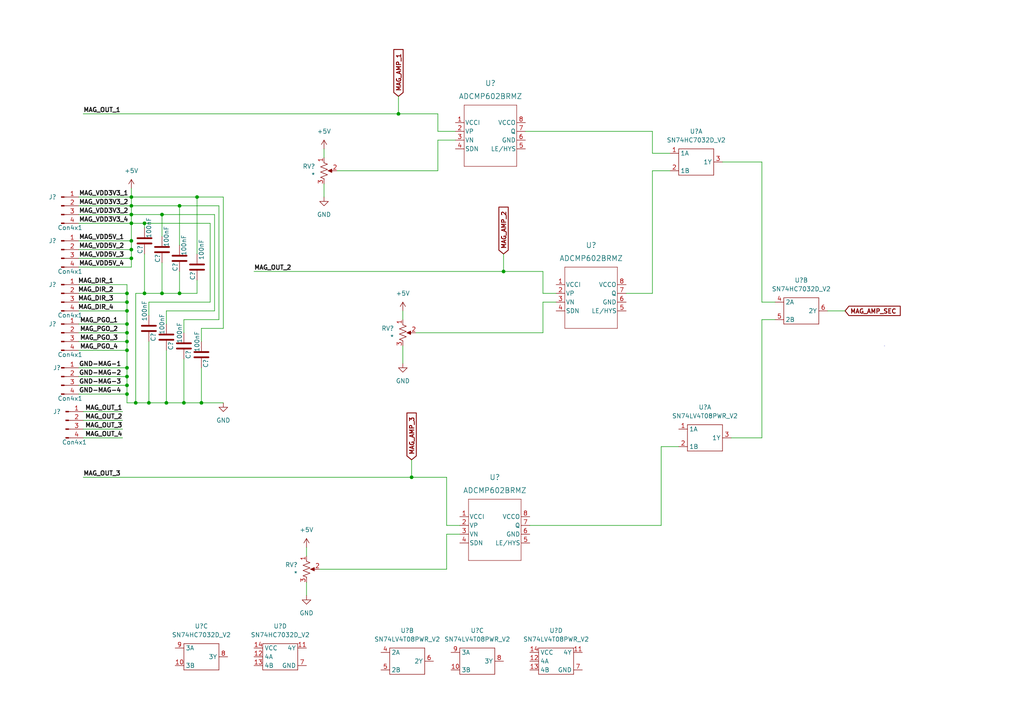
<source format=kicad_sch>
(kicad_sch (version 20211123) (generator eeschema)
  (paper "A4")
  (title_block (title "BUMBLEBEE") (date "2024-01-15") (rev "1.00") (company "ExoFlex") (comment 1 "Bumblebee"))
  (lib_symbols
    (symbol "Connector:Conn_01x04_Male" (pin_names (offset 1.016) hide)
      (property "Reference" "J" (at 0 5.08 0))
      (property "Value" "Conn_01x04_Male" (at 0 -7.62 0))
      (symbol "Conn_01x04_Male_1_1"
        (polyline (pts (xy 1.27 -5.08) (xy 0.8636 -5.08)) (stroke (width 0.1524)))
        (polyline (pts (xy 1.27 -2.54) (xy 0.8636 -2.54)) (stroke (width 0.1524)))
        (polyline (pts (xy 1.27 0) (xy 0.8636 0)) (stroke (width 0.1524)))
        (polyline (pts (xy 1.27 2.54) (xy 0.8636 2.54)) (stroke (width 0.1524)))
        (rectangle (start 0.8636 -4.953) (end 0 -5.207) (stroke (width 0.1524)) (fill (type outline)))
        (rectangle (start 0.8636 -2.413) (end 0 -2.667) (stroke (width 0.1524)) (fill (type outline)))
        (rectangle (start 0.8636 0.127) (end 0 -0.127) (stroke (width 0.1524)) (fill (type outline)))
        (rectangle (start 0.8636 2.667) (end 0 2.413) (stroke (width 0.1524)) (fill (type outline)))
        (pin passive line (at 5.08 2.54 180) (length 3.81) (name "Pin_1") (number "1"))
        (pin passive line (at 5.08 0 180) (length 3.81) (name "Pin_2") (number "2"))
        (pin passive line (at 5.08 -2.54 180) (length 3.81) (name "Pin_3") (number "3"))
        (pin passive line (at 5.08 -5.08 180) (length 3.81) (name "Pin_4") (number "4"))
      )
    )
    (symbol "Device:C" (pin_numbers hide) (pin_names (offset 0.254))
      (property "Reference" "C" (at 0.635 2.54 0))
      (property "Value" "C" (at 0.635 -2.54 0))
      (symbol "C_0_1"
        (polyline (pts (xy -2.032 -0.762) (xy 2.032 -0.762)) (stroke (width 0.508)))
        (polyline (pts (xy -2.032 0.762) (xy 2.032 0.762)) (stroke (width 0.508)))
      )
      (symbol "C_1_1"
        (pin passive line (at 0 3.81 270) (length 2.794) (name "~") (number "1"))
        (pin passive line (at 0 -3.81 90) (length 2.794) (name "~") (number "2"))
      )
    )
    (symbol "Device:R_Potentiometer_US" (pin_names (offset 1.016) hide)
      (property "Reference" "RV" (at -4.445 0 90))
      (property "Value" "R_Potentiometer_US" (at -2.54 0 90))
      (symbol "R_Potentiometer_US_0_1"
        (polyline (pts (xy 0 -2.286) (xy 0 -2.54)))
        (polyline (pts (xy 0 2.54) (xy 0 2.286)))
        (polyline (pts (xy 2.54 0) (xy 1.524 0)))
        (polyline (pts (xy 1.143 0) (xy 2.286 0.508) (xy 2.286 -0.508) (xy 1.143 0)) (fill (type outline)))
        (polyline (pts (xy 0 -0.762) (xy 1.016 -1.143) (xy 0 -1.524) (xy -1.016 -1.905) (xy 0 -2.286)))
        (polyline (pts (xy 0 0.762) (xy 1.016 0.381) (xy 0 0) (xy -1.016 -0.381) (xy 0 -0.762)))
        (polyline (pts (xy 0 2.286) (xy 1.016 1.905) (xy 0 1.524) (xy -1.016 1.143) (xy 0 0.762)))
      )
      (symbol "R_Potentiometer_US_1_1"
        (pin passive line (at 0 3.81 270) (length 1.27) (name "1") (number "1"))
        (pin passive line (at 3.81 0 180) (length 1.27) (name "2") (number "2"))
        (pin passive line (at 0 -3.81 90) (length 1.27) (name "3") (number "3"))
      )
    )
    (symbol "SymLib:ADCMP602BRMZ" (pin_names (offset 0.254))
      (property "Reference" "U" (at 8.89 6.35 0))
      (property "Value" "ADCMP602BRMZ" (at 16.51 -13.97 0))
      (symbol "ADCMP602BRMZ_1_1"
        (polyline (pts (xy 7.62 -12.7) (xy 22.86 -12.7)) (stroke (width 0.127)))
        (polyline (pts (xy 7.62 5.08) (xy 7.62 -12.7)) (stroke (width 0.127)))
        (polyline (pts (xy 22.86 -12.7) (xy 22.86 5.08)) (stroke (width 0.127)))
        (polyline (pts (xy 22.86 5.08) (xy 7.62 5.08)) (stroke (width 0.127)))
        (pin power_in line (at 5.08 0 0) (length 2.54) (name "VCCI") (number "1"))
        (pin input line (at 5.08 -2.54 0) (length 2.54) (name "VP") (number "2"))
        (pin input line (at 5.08 -5.08 0) (length 2.54) (name "VN") (number "3"))
        (pin unspecified line (at 5.08 -7.62 0) (length 2.54) (name "SDN") (number "4"))
        (pin unspecified line (at 25.4 -7.62 180) (length 2.45) (name "LE/HYS") (number "5"))
        (pin power_in line (at 25.4 -5.08 180) (length 2.54) (name "GND") (number "6"))
        (pin output line (at 25.4 -2.54 180) (length 2.54) (name "Q") (number "7"))
        (pin power_in line (at 25.4 0 180) (length 2.54) (name "VCCO") (number "8"))
      )
    )
    (symbol "SymLib:SN74HC7032D_V2"
      (property "Reference" "U" (at -3.81 5.08 0))
      (property "Value" "SN74HC7032D_V2" (at 1.27 -5.08 0))
      (symbol "SN74HC7032D_V2_0_1"
        (rectangle (start -5.08 -3.81) (end 5.08 -3.81))
        (rectangle (start -5.08 3.81) (end -5.08 -3.81))
        (rectangle (start -5.08 3.81) (end 5.08 3.81))
        (rectangle (start 5.08 3.81) (end 5.08 -3.81))
      )
      (symbol "SN74HC7032D_V2_1_1"
        (pin input line (at -7.62 2.54 0) (length 2.54) (name "1A") (number "1"))
        (pin input line (at -7.62 -2.54 0) (length 2.54) (name "1B") (number "2"))
        (pin output line (at 7.62 0 180) (length 2.54) (name "1Y") (number "3"))
      )
      (symbol "SN74HC7032D_V2_2_1"
        (pin input line (at -7.62 2.54 0) (length 2.54) (name "2A") (number "4"))
        (pin input line (at -7.62 -2.54 0) (length 2.54) (name "2B") (number "5"))
        (pin output line (at 7.62 0 180) (length 2.54) (name "2Y") (number "6"))
      )
      (symbol "SN74HC7032D_V2_3_1"
        (pin input line (at -7.62 -2.54 0) (length 2.54) (name "3B") (number "10"))
        (pin output line (at 7.62 0 180) (length 2.54) (name "3Y") (number "8"))
        (pin input line (at -7.62 2.54 0) (length 2.54) (name "3A") (number "9"))
      )
      (symbol "SN74HC7032D_V2_4_1"
        (pin output line (at 7.62 2.54 180) (length 2.54) (name "4Y") (number "11"))
        (pin input line (at -7.62 0 0) (length 2.54) (name "4A") (number "12"))
        (pin input line (at -7.62 -2.54 0) (length 2.54) (name "4B") (number "13"))
        (pin power_in line (at -7.62 2.54 0) (length 2.54) (name "VCC") (number "14"))
        (pin power_in line (at 7.62 -2.54 180) (length 2.54) (name "GND") (number "7"))
      )
    )
    (symbol "SymLib:SN74LV4T08PWR_V2"
      (property "Reference" "U" (at -2.54 5.08 0))
      (property "Value" "SN74LV4T08PWR_V2" (at 5.08 -5.08 0))
      (symbol "SN74LV4T08PWR_V2_0_1"
        (rectangle (start -5.08 -3.81) (end 5.08 -3.81))
        (rectangle (start -5.08 3.81) (end -5.08 -3.81))
        (rectangle (start -5.08 3.81) (end 5.08 3.81))
        (rectangle (start 5.08 3.81) (end 5.08 -3.81))
      )
      (symbol "SN74LV4T08PWR_V2_1_1"
        (pin input line (at -7.62 2.54 0) (length 2.54) (name "1A") (number "1"))
        (pin input line (at -7.62 -2.54 0) (length 2.54) (name "1B") (number "2"))
        (pin output line (at 7.62 0 180) (length 2.54) (name "1Y") (number "3"))
      )
      (symbol "SN74LV4T08PWR_V2_2_1"
        (pin input line (at -7.62 2.54 0) (length 2.54) (name "2A") (number "4"))
        (pin input line (at -7.62 -2.54 0) (length 2.54) (name "2B") (number "5"))
        (pin output line (at 7.62 0 180) (length 2.54) (name "2Y") (number "6"))
      )
      (symbol "SN74LV4T08PWR_V2_3_1"
        (pin input line (at -7.62 -2.54 0) (length 2.54) (name "3B") (number "10"))
        (pin output line (at 7.62 0 180) (length 2.54) (name "3Y") (number "8"))
        (pin input line (at -7.62 2.54 0) (length 2.54) (name "3A") (number "9"))
      )
      (symbol "SN74LV4T08PWR_V2_4_1"
        (pin output line (at 7.62 2.54 180) (length 2.54) (name "4Y") (number "11"))
        (pin input line (at -7.62 0 0) (length 2.54) (name "4A") (number "12"))
        (pin input line (at -7.62 -2.54 0) (length 2.54) (name "4B") (number "13"))
        (pin power_in line (at -7.62 2.54 0) (length 2.54) (name "VCC") (number "14"))
        (pin power_in line (at 7.62 -2.54 180) (length 2.54) (name "GND") (number "7"))
      )
    )
    (symbol "power:+5V" (power) (pin_names (offset 0))
      (property "Value" "+5V" (at 0 3.556 0))
      (symbol "+5V_0_1"
        (polyline (pts (xy -0.762 1.27) (xy 0 2.54)))
        (polyline (pts (xy 0 0) (xy 0 2.54)))
        (polyline (pts (xy 0 2.54) (xy 0.762 1.27)))
      )
      (symbol "+5V_1_1"
        (pin power_in line (at 0 0 90) (length 0) hide (name "+5V") (number "1"))
      )
    )
    (symbol "power:GND" (power) (pin_names (offset 0))
      (property "Value" "GND" (at 0 -3.81 0))
      (symbol "GND_0_1"
        (polyline (pts (xy 0 0) (xy 0 -1.27) (xy 1.27 -1.27) (xy 0 -2.54) (xy -1.27 -1.27) (xy 0 -1.27)))
      )
      (symbol "GND_1_1"
        (pin power_in line (at 0 0 270) (length 0) hide (name "GND") (number "1"))
      )
    )
  )
  (junction (at 36.83 109.22))
  (junction (at 52.07 85.09))
  (junction (at 146.05 78.74))
  (junction (at 36.83 93.98))
  (junction (at 36.83 85.09))
  (junction (at 53.34 116.84))
  (junction (at 38.1 62.23))
  (junction (at 41.91 85.09))
  (junction (at 36.83 111.76))
  (junction (at 36.83 87.63))
  (junction (at 43.18 116.84))
  (junction (at 38.1 72.39))
  (junction (at 115.57 33.02))
  (junction (at 38.1 57.15))
  (junction (at 36.83 96.52))
  (junction (at 36.83 114.3))
  (junction (at 38.1 59.69))
  (junction (at 46.99 85.09))
  (junction (at 36.83 99.06))
  (junction (at 46.99 62.23))
  (junction (at 41.91 64.77))
  (junction (at 36.83 90.17))
  (junction (at 38.1 69.85))
  (junction (at 38.1 64.77))
  (junction (at 119.38 138.43))
  (junction (at 36.83 106.68))
  (junction (at 57.15 57.15))
  (junction (at 52.07 59.69))
  (junction (at 58.42 116.84))
  (junction (at 38.1 74.93))
  (junction (at 36.83 101.6))
  (junction (at 39.37 116.84))
  (junction (at 48.26 116.84))
  (wire (pts (xy 43.18 116.84) (xy 48.26 116.84)))
  (wire (pts (xy 38.1 59.69) (xy 38.1 62.23)))
  (wire (pts (xy 38.1 57.15) (xy 57.15 57.15)))
  (wire (pts (xy 38.1 69.85) (xy 38.1 72.39)))
  (wire (pts (xy 52.07 59.69) (xy 63.5 59.69)))
  (wire (pts (xy 209.55 46.99) (xy 220.98 46.99)))
  (wire (pts (xy 41.91 73.66) (xy 41.91 85.09)))
  (wire (pts (xy 36.83 114.3) (xy 36.83 116.84)))
  (wire (pts (xy 24.13 138.43) (xy 119.38 138.43)))
  (wire (pts (xy 39.37 85.09) (xy 39.37 116.84)))
  (wire (pts (xy 52.07 59.69) (xy 52.07 71.12)))
  (wire (pts (xy 152.4 38.1) (xy 189.23 38.1)))
  (wire (pts (xy 22.86 101.6) (xy 36.83 101.6)))
  (wire (pts (xy 220.98 92.71) (xy 224.79 92.71)))
  (wire (pts (xy 127 33.02) (xy 127 38.1)))
  (wire (pts (xy 220.98 87.63) (xy 224.79 87.63)))
  (wire (pts (xy 38.1 72.39) (xy 38.1 74.93)))
  (wire (pts (xy 245.11 90.17) (xy 240.03 90.17)))
  (wire (pts (xy 212.09 127) (xy 220.98 127)))
  (wire (pts (xy 57.15 85.09) (xy 52.07 85.09)))
  (wire (pts (xy 115.57 27.94) (xy 115.57 33.02)))
  (wire (pts (xy 46.99 62.23) (xy 62.23 62.23)))
  (wire (pts (xy 62.23 62.23) (xy 62.23 90.17)))
  (wire (pts (xy 220.98 46.99) (xy 220.98 87.63)))
  (wire (pts (xy 24.13 124.46) (xy 35.56 124.46)))
  (wire (pts (xy 93.98 53.34) (xy 93.98 57.15)))
  (wire (pts (xy 58.42 116.84) (xy 64.77 116.84)))
  (wire (pts (xy 97.79 49.53) (xy 127 49.53)))
  (wire (pts (xy 64.77 95.25) (xy 64.77 57.15)))
  (wire (pts (xy 58.42 106.68) (xy 58.42 116.84)))
  (wire (pts (xy 22.86 82.55) (xy 36.83 82.55)))
  (wire (pts (xy 38.1 62.23) (xy 46.99 62.23)))
  (wire (pts (xy 52.07 78.74) (xy 52.07 85.09)))
  (wire (pts (xy 58.42 95.25) (xy 64.77 95.25)))
  (wire (pts (xy 88.9 168.91) (xy 88.9 172.72)))
  (wire (pts (xy 129.54 138.43) (xy 129.54 152.4)))
  (wire (pts (xy 52.07 85.09) (xy 46.99 85.09)))
  (wire (pts (xy 127 49.53) (xy 127 40.64)))
  (wire (pts (xy 57.15 57.15) (xy 57.15 73.66)))
  (wire (pts (xy 153.67 152.4) (xy 191.77 152.4)))
  (wire (pts (xy 60.96 64.77) (xy 60.96 87.63)))
  (wire (pts (xy 157.48 85.09) (xy 157.48 78.74)))
  (wire (pts (xy 22.86 85.09) (xy 36.83 85.09)))
  (polyline (pts (xy 256.54 100.33) (xy 256.54 100.33)))
  (wire (pts (xy 43.18 99.06) (xy 43.18 116.84)))
  (wire (pts (xy 189.23 44.45) (xy 194.31 44.45)))
  (wire (pts (xy 119.38 138.43) (xy 129.54 138.43)))
  (wire (pts (xy 116.84 90.17) (xy 116.84 92.71)))
  (wire (pts (xy 116.84 100.33) (xy 116.84 105.41)))
  (wire (pts (xy 41.91 64.77) (xy 60.96 64.77)))
  (wire (pts (xy 181.61 85.09) (xy 189.23 85.09)))
  (wire (pts (xy 161.29 85.09) (xy 157.48 85.09)))
  (wire (pts (xy 63.5 59.69) (xy 63.5 92.71)))
  (wire (pts (xy 53.34 92.71) (xy 53.34 96.52)))
  (wire (pts (xy 157.48 87.63) (xy 157.48 96.52)))
  (wire (pts (xy 24.13 127) (xy 35.56 127)))
  (wire (pts (xy 120.65 96.52) (xy 157.48 96.52)))
  (wire (pts (xy 48.26 90.17) (xy 48.26 93.98)))
  (wire (pts (xy 48.26 116.84) (xy 53.34 116.84)))
  (wire (pts (xy 127 40.64) (xy 132.08 40.64)))
  (wire (pts (xy 60.96 87.63) (xy 43.18 87.63)))
  (wire (pts (xy 36.83 82.55) (xy 36.83 85.09)))
  (wire (pts (xy 39.37 116.84) (xy 43.18 116.84)))
  (wire (pts (xy 22.86 87.63) (xy 36.83 87.63)))
  (wire (pts (xy 41.91 64.77) (xy 41.91 66.04)))
  (wire (pts (xy 36.83 93.98) (xy 36.83 96.52)))
  (wire (pts (xy 36.83 85.09) (xy 36.83 87.63)))
  (wire (pts (xy 36.83 90.17) (xy 36.83 93.98)))
  (wire (pts (xy 53.34 116.84) (xy 58.42 116.84)))
  (wire (pts (xy 161.29 87.63) (xy 157.48 87.63)))
  (wire (pts (xy 22.86 59.69) (xy 38.1 59.69)))
  (wire (pts (xy 38.1 64.77) (xy 38.1 69.85)))
  (wire (pts (xy 22.86 69.85) (xy 38.1 69.85)))
  (wire (pts (xy 129.54 152.4) (xy 133.35 152.4)))
  (wire (pts (xy 22.86 77.47) (xy 38.1 77.47)))
  (wire (pts (xy 38.1 59.69) (xy 52.07 59.69)))
  (wire (pts (xy 62.23 90.17) (xy 48.26 90.17)))
  (wire (pts (xy 189.23 85.09) (xy 189.23 49.53)))
  (wire (pts (xy 39.37 116.84) (xy 36.83 116.84)))
  (wire (pts (xy 22.86 109.22) (xy 36.83 109.22)))
  (wire (pts (xy 22.86 57.15) (xy 38.1 57.15)))
  (wire (pts (xy 38.1 57.15) (xy 38.1 59.69)))
  (wire (pts (xy 46.99 62.23) (xy 46.99 68.58)))
  (wire (pts (xy 146.05 78.74) (xy 157.48 78.74)))
  (wire (pts (xy 22.86 111.76) (xy 36.83 111.76)))
  (wire (pts (xy 36.83 96.52) (xy 36.83 99.06)))
  (wire (pts (xy 92.71 165.1) (xy 129.54 165.1)))
  (wire (pts (xy 127 38.1) (xy 132.08 38.1)))
  (wire (pts (xy 146.05 73.66) (xy 146.05 78.74)))
  (wire (pts (xy 24.13 33.02) (xy 115.57 33.02)))
  (wire (pts (xy 36.83 99.06) (xy 36.83 101.6)))
  (wire (pts (xy 36.83 87.63) (xy 36.83 90.17)))
  (wire (pts (xy 22.86 90.17) (xy 36.83 90.17)))
  (wire (pts (xy 36.83 106.68) (xy 36.83 109.22)))
  (wire (pts (xy 63.5 92.71) (xy 53.34 92.71)))
  (wire (pts (xy 189.23 38.1) (xy 189.23 44.45)))
  (wire (pts (xy 38.1 54.61) (xy 38.1 57.15)))
  (wire (pts (xy 36.83 109.22) (xy 36.83 111.76)))
  (wire (pts (xy 191.77 152.4) (xy 191.77 129.54)))
  (wire (pts (xy 38.1 64.77) (xy 41.91 64.77)))
  (wire (pts (xy 88.9 158.75) (xy 88.9 161.29)))
  (wire (pts (xy 129.54 165.1) (xy 129.54 154.94)))
  (wire (pts (xy 22.86 62.23) (xy 38.1 62.23)))
  (wire (pts (xy 48.26 101.6) (xy 48.26 116.84)))
  (wire (pts (xy 129.54 154.94) (xy 133.35 154.94)))
  (wire (pts (xy 46.99 85.09) (xy 41.91 85.09)))
  (wire (pts (xy 53.34 104.14) (xy 53.34 116.84)))
  (wire (pts (xy 119.38 133.35) (xy 119.38 138.43)))
  (wire (pts (xy 43.18 87.63) (xy 43.18 91.44)))
  (wire (pts (xy 22.86 96.52) (xy 36.83 96.52)))
  (wire (pts (xy 57.15 81.28) (xy 57.15 85.09)))
  (wire (pts (xy 38.1 74.93) (xy 38.1 77.47)))
  (wire (pts (xy 93.98 43.18) (xy 93.98 45.72)))
  (wire (pts (xy 22.86 93.98) (xy 36.83 93.98)))
  (wire (pts (xy 189.23 49.53) (xy 194.31 49.53)))
  (wire (pts (xy 22.86 106.68) (xy 36.83 106.68)))
  (wire (pts (xy 24.13 121.92) (xy 35.56 121.92)))
  (wire (pts (xy 22.86 72.39) (xy 38.1 72.39)))
  (wire (pts (xy 36.83 111.76) (xy 36.83 114.3)))
  (wire (pts (xy 73.66 78.74) (xy 146.05 78.74)))
  (wire (pts (xy 191.77 129.54) (xy 196.85 129.54)))
  (wire (pts (xy 22.86 99.06) (xy 36.83 99.06)))
  (wire (pts (xy 22.86 64.77) (xy 38.1 64.77)))
  (wire (pts (xy 115.57 33.02) (xy 127 33.02)))
  (wire (pts (xy 24.13 119.38) (xy 35.56 119.38)))
  (wire (pts (xy 22.86 74.93) (xy 38.1 74.93)))
  (wire (pts (xy 38.1 62.23) (xy 38.1 64.77)))
  (wire (pts (xy 22.86 114.3) (xy 36.83 114.3)))
  (wire (pts (xy 220.98 127) (xy 220.98 92.71)))
  (wire (pts (xy 46.99 76.2) (xy 46.99 85.09)))
  (wire (pts (xy 58.42 99.06) (xy 58.42 95.25)))
  (wire (pts (xy 64.77 57.15) (xy 57.15 57.15)))
  (wire (pts (xy 39.37 85.09) (xy 41.91 85.09)))
  (wire (pts (xy 36.83 101.6) (xy 36.83 106.68)))
  (text "Tension : 3,3V\nCourant : -\nConnecteur male 2,54, 3x1 et 4x1" (at 303.53 67.31 0) (effects (font (size 2.5 2.5) bold) (justify left bottom)))
  (label "MAG_DIR_2" (at 33.02 85.09 180) (effects (font bold)))
  (label "MAG_PGO_3" (at 34.29 99.06 180) (effects (font bold)))
  (label "MAG_OUT_1" (at 24.13 33.02 0) (effects (font bold)))
  (label "MAG_OUT_3" (at 35.56 124.46 180) (effects (font bold)))
  (label "GND-MAG-2" (at 22.86 109.22 0) (effects (font bold)))
  (label "MAG_VDD3V3_2" (at 22.86 59.69 0) (effects (font bold)))
  (label "MAG_OUT_2" (at 35.56 121.92 180) (effects (font bold)))
  (label "MAG_VDD5V_2" (at 22.86 72.39 0) (effects (font bold)))
  (label "MAG_PGO_4" (at 34.29 101.6 180) (effects (font bold)))
  (label "MAG_OUT_3" (at 24.13 138.43 0) (effects (font bold)))
  (label "MAG_VDD3V3_1" (at 22.86 57.15 0) (effects (font bold)))
  (label "MAG_VDD5V_4" (at 22.86 77.47 0) (effects (font bold)))
  (label "GND-MAG-3" (at 22.86 111.76 0) (effects (font bold)))
  (label "MAG_VDD3V3_2" (at 22.86 62.23 0) (effects (font bold)))
  (label "MAG_DIR_4" (at 33.02 90.17 180) (effects (font bold)))
  (label "MAG_PGO_2" (at 34.29 96.52 180) (effects (font bold)))
  (label "MAG_OUT_4" (at 35.56 127 180) (effects (font bold)))
  (label "GND-MAG-4" (at 22.86 114.3 0) (effects (font bold)))
  (label "MAG_VDD5V_1" (at 22.86 69.85 0) (effects (font bold)))
  (label "GND-MAG-1" (at 22.86 106.68 0) (effects (font bold)))
  (label "MAG_DIR_3" (at 33.02 87.63 180) (effects (font bold)))
  (label "MAG_VDD3V3_4" (at 22.86 64.77 0) (effects (font bold)))
  (label "MAG_VDD5V_3" (at 22.86 74.93 0) (effects (font bold)))
  (label "MAG_OUT_1" (at 35.56 119.38 180) (effects (font bold)))
  (label "MAG_OUT_2" (at 73.66 78.74 0) (effects (font bold)))
  (label "MAG_DIR_1" (at 33.02 82.55 180) (effects (font bold)))
  (label "MAG_PGO_1" (at 34.29 93.98 180) (effects (font bold)))
  (global_label "MAG_AMP_2" (shape input) (at 146.05 73.66 90) (effects (font bold)) (property "Intersheet References" "${INTERSHEET_REFS}" (effects hide)))
  (global_label "MAG_AMP_1" (shape input) (at 115.57 27.94 90) (effects (font bold)) (property "Intersheet References" "${INTERSHEET_REFS}" (effects hide)))
  (global_label "MAG_AMP_3" (shape input) (at 119.38 133.35 90) (effects (font bold)) (property "Intersheet References" "${INTERSHEET_REFS}" (effects hide)))
  (global_label "MAG_AMP_SEC" (shape input) (at 245.11 90.17 0) (effects (font bold)) (property "Intersheet References" "${INTERSHEET_REFS}" (effects hide)))
  (symbol (lib_id "power:GND") (at 93.98 57.15 0) (unit 1)
    (property "Reference" "#PWR?" (effects hide))
    (property "Value" "GND" (at 93.98 62.23 0))
  )
  (symbol (lib_id "SymLib:SN74LV4T08PWR_V2") (at 118.11 191.77 0) (unit 2)
    (property "Reference" "U?" (at 118.11 182.88 0))
    (property "Value" "SN74LV4T08PWR_V2" (at 118.11 185.42 0))
  )
  (symbol (lib_id "SymLib:SN74HC7032D_V2") (at 201.93 46.99 0) (unit 1)
    (property "Reference" "U?" (at 201.93 38.1 0))
    (property "Value" "SN74HC7032D_V2" (at 201.93 40.64 0))
  )
  (symbol (lib_id "power:GND") (at 88.9 172.72 0) (unit 1)
    (property "Reference" "#PWR?" (effects hide))
    (property "Value" "GND" (at 88.9 177.8 0))
  )
  (symbol (lib_id "power:GND") (at 116.84 105.41 0) (unit 1)
    (property "Reference" "#PWR?" (effects hide))
    (property "Value" "GND" (at 116.84 110.49 0))
  )
  (symbol (lib_id "SymLib:SN74HC7032D_V2") (at 81.28 190.5 0) (unit 4)
    (property "Reference" "U?" (at 81.28 181.61 0))
    (property "Value" "SN74HC7032D_V2" (at 81.28 184.15 0))
  )
  (symbol (lib_id "Connector:Conn_01x04_Male") (at 17.78 59.69 0) (unit 1)
    (property "Reference" "J?" (at 15.24 57.15 0))
    (property "Value" "Con4x1" (at 20.32 66.04 0))
    (property "Footprint" "Connector_PinSocket_2.54mm:PinSocket_1x04_P2.54mm_Vertical" (effects hide))
  )
  (symbol (lib_id "SymLib:ADCMP602BRMZ") (at 128.27 149.86 0) (unit 1)
    (property "Reference" "U?" (at 143.5232 138.43 0) (effects (font (size 1.524 1.524))))
    (property "Value" "ADCMP602BRMZ" (at 143.5232 142.24 0) (effects (font (size 1.524 1.524))))
    (property "Footprint" "RM_8_ADI" (effects hide))
    (property "Datasheet" "ADCMP602BRMZ" (effects hide))
  )
  (symbol (lib_id "Device:C") (at 48.26 97.79 0) (mirror x) (unit 1)
    (property "Reference" "C?" (at 49.53 100.33 90))
    (property "Value" "100nF" (at 46.99 93.98 90))
  )
  (symbol (lib_id "Device:R_Potentiometer_US") (at 116.84 96.52 0) (unit 1)
    (property "Reference" "RV?" (at 114.3 95.2499 0) (effects (justify right)))
    (property "Value" "*" (at 114.3 97.7899 0) (effects (justify right)))
  )
  (symbol (lib_id "Connector:Conn_01x04_Male") (at 17.78 109.22 0) (unit 1)
    (property "Reference" "J?" (at 16.51 106.68 0))
    (property "Value" "Con4x1" (at 20.32 115.57 0))
    (property "Footprint" "Connector_PinSocket_2.54mm:PinSocket_1x04_P2.54mm_Vertical" (effects hide))
  )
  (symbol (lib_id "Device:C") (at 57.15 77.47 0) (unit 1)
    (property "Reference" "C?" (at 55.88 80.01 90))
    (property "Value" "100nF" (at 58.42 72.39 90))
  )
  (symbol (lib_id "Device:C") (at 58.42 102.87 0) (mirror x) (unit 1)
    (property "Reference" "C?" (at 59.69 105.41 90))
    (property "Value" "100nF" (at 57.15 99.06 90))
  )
  (symbol (lib_id "Connector:Conn_01x04_Male") (at 17.78 85.09 0) (unit 1)
    (property "Reference" "J?" (at 15.24 82.55 0))
    (property "Value" "Con4x1" (at 20.32 91.44 0))
    (property "Footprint" "Connector_PinSocket_2.54mm:PinSocket_1x04_P2.54mm_Vertical" (effects hide))
  )
  (symbol (lib_id "Device:C") (at 52.07 74.93 180) (unit 1)
    (property "Reference" "C?" (at 50.8 77.47 90))
    (property "Value" "100nF" (at 53.34 71.12 90))
  )
  (symbol (lib_id "Device:C") (at 46.99 72.39 180) (unit 1)
    (property "Reference" "C?" (at 45.72 74.93 90))
    (property "Value" "100nF" (at 48.26 68.58 90))
  )
  (symbol (lib_id "Connector:Conn_01x04_Male") (at 17.78 72.39 0) (unit 1)
    (property "Reference" "J?" (at 15.24 69.85 0))
    (property "Value" "Con4x1" (at 20.32 78.74 0))
    (property "Footprint" "Connector_PinSocket_2.54mm:PinSocket_1x04_P2.54mm_Vertical" (effects hide))
  )
  (symbol (lib_id "SymLib:SN74LV4T08PWR_V2") (at 204.47 127 0) (unit 1)
    (property "Reference" "U?" (at 204.47 118.11 0))
    (property "Value" "SN74LV4T08PWR_V2" (at 204.47 120.65 0))
  )
  (symbol (lib_id "SymLib:ADCMP602BRMZ") (at 127 35.56 0) (unit 1)
    (property "Reference" "U?" (at 142.2532 24.13 0) (effects (font (size 1.524 1.524))))
    (property "Value" "ADCMP602BRMZ" (at 142.2532 27.94 0) (effects (font (size 1.524 1.524))))
    (property "Footprint" "RM_8_ADI" (effects hide))
    (property "Datasheet" "ADCMP602BRMZ" (effects hide))
  )
  (symbol (lib_id "Connector:Conn_01x04_Male") (at 19.05 121.92 0) (unit 1)
    (property "Reference" "J?" (at 16.51 119.38 0))
    (property "Value" "Con4x1" (at 21.59 128.27 0))
    (property "Footprint" "Connector_PinSocket_2.54mm:PinSocket_1x04_P2.54mm_Vertical" (effects hide))
  )
  (symbol (lib_id "power:GND") (at 64.77 116.84 0) (unit 1)
    (property "Reference" "#PWR?" (effects hide))
    (property "Value" "GND" (at 64.77 121.92 0))
  )
  (symbol (lib_id "SymLib:ADCMP602BRMZ") (at 156.21 82.55 0) (unit 1)
    (property "Reference" "U?" (at 171.4632 71.12 0) (effects (font (size 1.524 1.524))))
    (property "Value" "ADCMP602BRMZ" (at 171.4632 74.93 0) (effects (font (size 1.524 1.524))))
    (property "Footprint" "RM_8_ADI" (effects hide))
    (property "Datasheet" "ADCMP602BRMZ" (effects hide))
  )
  (symbol (lib_id "Device:R_Potentiometer_US") (at 88.9 165.1 0) (unit 1)
    (property "Reference" "RV?" (at 86.36 163.8299 0) (effects (justify right)))
    (property "Value" "*" (at 86.36 166.3699 0) (effects (justify right)))
  )
  (symbol (lib_id "SymLib:SN74LV4T08PWR_V2") (at 138.43 191.77 0) (unit 3)
    (property "Reference" "U?" (at 138.43 182.88 0))
    (property "Value" "SN74LV4T08PWR_V2" (at 138.43 185.42 0))
  )
  (symbol (lib_id "power:+5V") (at 88.9 158.75 0) (unit 1)
    (property "Reference" "#PWR?" (effects hide))
    (property "Value" "+5V" (at 88.9 153.67 0))
  )
  (symbol (lib_id "SymLib:SN74HC7032D_V2") (at 232.41 90.17 0) (unit 2)
    (property "Reference" "U?" (at 232.41 81.28 0))
    (property "Value" "SN74HC7032D_V2" (at 232.41 83.82 0))
  )
  (symbol (lib_id "power:+5V") (at 38.1 54.61 0) (unit 1)
    (property "Reference" "#PWR?" (effects hide))
    (property "Value" "+5V" (at 38.1 49.53 0))
  )
  (symbol (lib_id "Device:C") (at 43.18 95.25 0) (mirror y) (unit 1)
    (property "Reference" "C?" (at 44.45 97.79 90))
    (property "Value" "100nF" (at 41.91 90.17 90))
  )
  (symbol (lib_id "Connector:Conn_01x04_Male") (at 17.78 96.52 0) (unit 1)
    (property "Reference" "J?" (at 15.24 93.98 0))
    (property "Value" "Con4x1" (at 20.32 102.87 0))
    (property "Footprint" "Connector_PinSocket_2.54mm:PinSocket_1x04_P2.54mm_Vertical" (effects hide))
  )
  (symbol (lib_id "Device:R_Potentiometer_US") (at 93.98 49.53 0) (unit 1)
    (property "Reference" "RV?" (at 91.44 48.2599 0) (effects (justify right)))
    (property "Value" "*" (at 91.44 50.7999 0) (effects (justify right)))
  )
  (symbol (lib_id "SymLib:SN74HC7032D_V2") (at 58.42 190.5 0) (unit 3)
    (property "Reference" "U?" (at 58.42 181.61 0))
    (property "Value" "SN74HC7032D_V2" (at 58.42 184.15 0))
  )
  (symbol (lib_id "power:+5V") (at 93.98 43.18 0) (unit 1)
    (property "Reference" "#PWR?" (effects hide))
    (property "Value" "+5V" (at 93.98 38.1 0))
  )
  (symbol (lib_id "Device:C") (at 41.91 69.85 180) (unit 1)
    (property "Reference" "C?" (at 40.64 72.39 90))
    (property "Value" "100nF" (at 43.18 66.04 90))
  )
  (symbol (lib_id "Device:C") (at 53.34 100.33 0) (mirror x) (unit 1)
    (property "Reference" "C?" (at 54.61 102.87 90))
    (property "Value" "100nF" (at 52.07 96.52 90))
  )
  (symbol (lib_id "SymLib:SN74LV4T08PWR_V2") (at 161.29 191.77 0) (unit 4)
    (property "Reference" "U?" (at 161.29 182.88 0))
    (property "Value" "SN74LV4T08PWR_V2" (at 161.29 185.42 0))
  )
  (symbol (lib_id "power:+5V") (at 116.84 90.17 0) (unit 1)
    (property "Reference" "#PWR?" (effects hide))
    (property "Value" "+5V" (at 116.84 85.09 0))
  )
)
</source>
